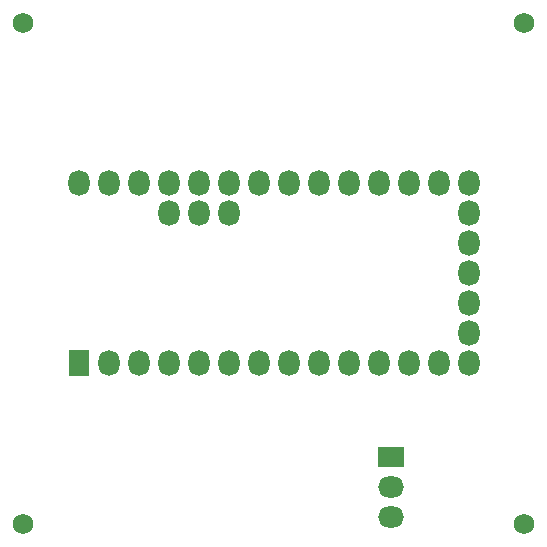
<source format=gbs>
G04*
G04 #@! TF.GenerationSoftware,Altium Limited,Altium Designer,19.1.5 (86)*
G04*
G04 Layer_Color=16711935*
%FSLAX25Y25*%
%MOIN*%
G70*
G01*
G75*
%ADD37C,0.06800*%
%ADD38R,0.08674X0.07099*%
%ADD39O,0.08674X0.07099*%
%ADD40O,0.07099X0.08674*%
%ADD41R,0.07099X0.08674*%
D37*
X83517Y-83517D02*
D03*
X-83517D02*
D03*
X83517Y83517D02*
D03*
X-83517D02*
D03*
D38*
X38976Y-61260D02*
D03*
D39*
Y-71260D02*
D03*
Y-81260D02*
D03*
D40*
X65000Y30000D02*
D03*
Y-30000D02*
D03*
Y-20000D02*
D03*
Y-10000D02*
D03*
Y0D02*
D03*
Y10000D02*
D03*
Y20000D02*
D03*
X55000Y30000D02*
D03*
X45000D02*
D03*
X35000D02*
D03*
X25000D02*
D03*
X15000D02*
D03*
X5000D02*
D03*
X-5000D02*
D03*
X-15000D02*
D03*
X-25000D02*
D03*
X-35000D02*
D03*
X-45000D02*
D03*
X-55000D02*
D03*
X-65000D02*
D03*
X55000Y-30000D02*
D03*
X45000D02*
D03*
X35000D02*
D03*
X25000D02*
D03*
X15000D02*
D03*
X5000D02*
D03*
X-5000D02*
D03*
X-15000D02*
D03*
X-25000D02*
D03*
X-35000D02*
D03*
X-45000D02*
D03*
X-55000D02*
D03*
X-35000Y20000D02*
D03*
X-25000D02*
D03*
X-15000D02*
D03*
D41*
X-65000Y-30000D02*
D03*
M02*

</source>
